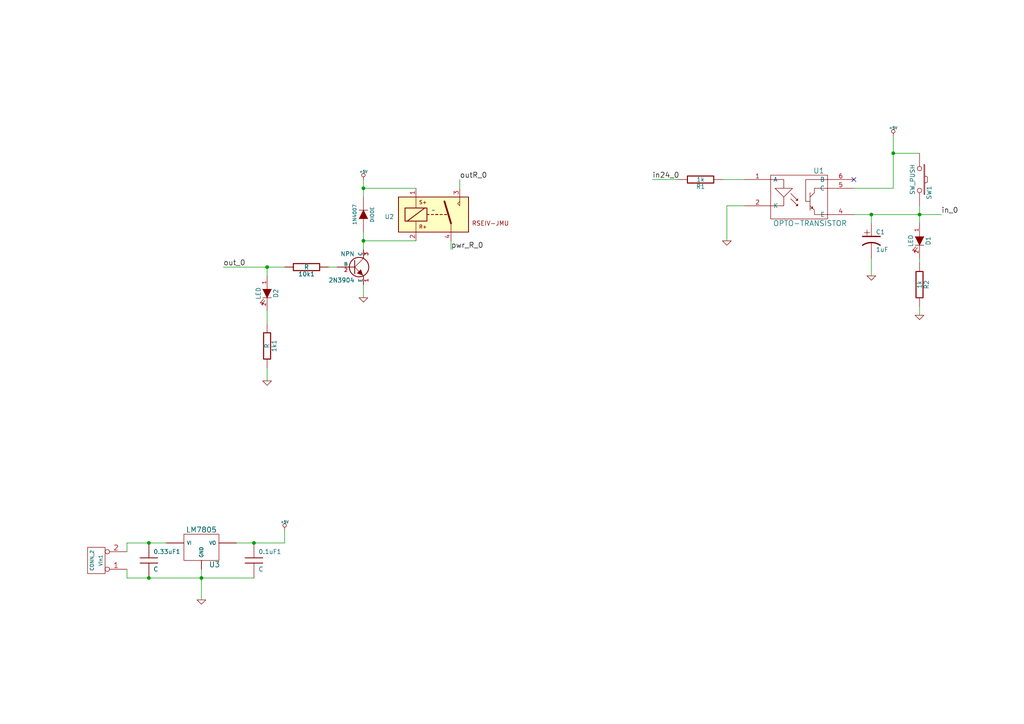
<source format=kicad_sch>
(kicad_sch (version 20230121) (generator eeschema)
  (paper "A4")
  (title_block (date "16 apr 2023"))
  (lib_symbols
    (symbol "Relay:RSEIV-JMU"
      (property "Reference" "U" (at 11.43 2.54 0))
      (symbol "RSEIV-JMU_0_0"
        (text "RSEIV-JMU" (at 16.51 -3.81 0) (effects (font (size 1.27 1.27))))
      )
      (symbol "RSEIV-JMU_1_1"
        (rectangle (start -10.16 3.81) (end 10.16 -6.35) (stroke (width 0.254)) (fill (type background)))
        (rectangle (start -8.255 0.635) (end -1.905 -3.175) (stroke (width 0.254)))
        (polyline (pts (xy -7.62 -3.175) (xy -2.54 0.635)) (stroke (width 0.254)))
        (polyline (pts (xy -5.08 -6.35) (xy -5.08 -3.175)))
        (polyline (pts (xy -5.08 3.81) (xy -5.08 0.635)))
        (polyline (pts (xy -1.905 -1.27) (xy -1.27 -1.27)) (stroke (width 0.254)))
        (polyline (pts (xy -0.635 -1.27) (xy 0 -1.27)) (stroke (width 0.254)))
        (polyline (pts (xy 0.635 -1.27) (xy 1.27 -1.27)) (stroke (width 0.254)))
        (polyline (pts (xy 0.635 -1.27) (xy 1.27 -1.27)) (stroke (width 0.254)))
        (polyline (pts (xy 1.905 -1.27) (xy 2.54 -1.27)) (stroke (width 0.254)))
        (polyline (pts (xy 3.175 -1.27) (xy 3.81 -1.27)) (stroke (width 0.254)))
        (polyline (pts (xy 5.08 -3.81) (xy 3.175 2.54)) (stroke (width 0.508)))
        (polyline (pts (xy 5.08 -3.81) (xy 5.08 -6.35)))
        (polyline (pts (xy 7.62 2.54) (xy 7.62 3.81)))
        (polyline (pts (xy 7.62 2.54) (xy 7.62 1.27) (xy 6.985 1.905) (xy 7.62 2.54)))
        (text "R+" (at -3.048 -4.826 0) (effects (font (size 1.016 1.016))))
        (text "S+" (at -3.048 2.286 0) (effects (font (size 1.016 1.016))))
        (pin passive line (at -5.08 6.35 270) (length 2.54) (name "~") (number "1"))
        (pin passive line (at -5.08 -8.89 90) (length 2.54) (name "~") (number "2"))
        (pin passive line (at 7.62 6.35 270) (length 2.54) (name "~") (number "3"))
        (pin passive line (at 5.08 -8.89 90) (length 2.54) (name "~") (number "4"))
      )
    )
    (symbol "plc-rescue:+5V" (power) (pin_names (offset 1.016))
      (property "Value" "+5V" (at 0 2.286 0))
      (symbol "+5V_0_0"
        (pin power_in line (at 0 0 90) (length 0) hide (name "+5V") (number "1"))
      )
      (symbol "+5V_0_1"
        (polyline (pts (xy 0 0) (xy 0 0.762) (xy 0 0.762) (xy 0 0.762)))
        (circle (center 0 1.27) (radius 0.508))
      )
    )
    (symbol "plc-rescue:C" (pin_numbers hide) (pin_names (offset 0.254))
      (property "Reference" "C" (at 1.27 2.54 0))
      (property "Value" "C" (at 1.27 -2.54 0))
      (symbol "C_0_1"
        (polyline (pts (xy -2.54 -0.762) (xy 2.54 -0.762)) (stroke (width 0.254)))
        (polyline (pts (xy -2.54 0.762) (xy 2.54 0.762)) (stroke (width 0.254)))
      )
      (symbol "C_1_1"
        (pin passive line (at 0 5.08 270) (length 4.318) (name "~") (number "1"))
        (pin passive line (at 0 -5.08 90) (length 4.318) (name "~") (number "2"))
      )
    )
    (symbol "plc-rescue:CONN_2" (pin_names (offset 1.016) hide)
      (property "Reference" "P" (at -1.27 0 90))
      (property "Value" "CONN_2" (at 1.27 0 90))
      (symbol "CONN_2_0_1"
        (rectangle (start -2.54 3.81) (end 2.54 -3.81))
      )
      (symbol "CONN_2_1_1"
        (pin passive inverted (at -8.89 2.54 0) (length 6.35) (name "P1") (number "1"))
        (pin passive inverted (at -8.89 -2.54 0) (length 6.35) (name "PM") (number "2"))
      )
    )
    (symbol "plc-rescue:CP1" (pin_numbers hide) (pin_names (offset 0.254) hide)
      (property "Reference" "C" (at 1.27 2.54 0))
      (property "Value" "CP1" (at 1.27 -2.54 0))
      (symbol "CP1_0_0"
        (text "+" (at -1.27 2.54 0) (effects (font (size 2.032 2.032))))
      )
      (symbol "CP1_0_1"
        (polyline (pts (xy -2.54 1.27) (xy 2.54 1.27) (xy 1.27 1.27) (xy 1.27 1.27)) (stroke (width 0.381)))
        (arc (start 2.54 -1.27) (mid 0 -0.5009) (end -2.54 -1.27) (stroke (width 0.381)))
      )
      (symbol "CP1_1_1"
        (pin passive line (at 0 5.08 270) (length 3.81) (name "~") (number "1"))
        (pin passive line (at 0 -5.08 90) (length 4.572) (name "~") (number "2"))
      )
    )
    (symbol "plc-rescue:DIODE" (pin_numbers hide) (pin_names (offset 1.016) hide)
      (property "Reference" "D" (at 0 2.54 0))
      (property "Value" "DIODE" (at 0 -2.54 0))
      (symbol "DIODE_0_1"
        (polyline (pts (xy 1.27 1.27) (xy 1.27 -1.27)) (stroke (width 0.1524)))
        (polyline (pts (xy -1.27 1.27) (xy 1.27 0) (xy -1.27 -1.27)) (fill (type outline)))
      )
      (symbol "DIODE_1_1"
        (pin passive line (at -5.08 0 0) (length 3.81) (name "A") (number "1"))
        (pin passive line (at 5.08 0 180) (length 3.81) (name "K") (number "2"))
      )
    )
    (symbol "plc-rescue:GND" (power) (pin_names (offset 0))
      (symbol "GND_0_1"
        (polyline (pts (xy -1.27 0) (xy 0 -1.27) (xy 1.27 0) (xy -1.27 0)))
      )
      (symbol "GND_1_1"
        (pin power_in line (at 0 0 90) (length 0) hide (name "GND") (number "1"))
      )
    )
    (symbol "plc-rescue:LED" (pin_names (offset 1.016) hide)
      (property "Reference" "D" (at 0 2.54 0))
      (property "Value" "LED" (at 0 -2.54 0))
      (symbol "LED_0_1"
        (polyline (pts (xy 1.27 1.27) (xy 1.27 -1.27)))
        (polyline (pts (xy -1.27 1.27) (xy 1.27 0) (xy -1.27 -1.27)) (fill (type outline)))
        (polyline (pts (xy 1.651 -1.016) (xy 2.794 -2.032) (xy 2.667 -1.397)))
        (polyline (pts (xy 2.032 -0.635) (xy 3.175 -1.651) (xy 3.048 -1.016)))
      )
      (symbol "LED_1_1"
        (pin passive line (at -5.08 0 0) (length 3.81) (name "A") (number "1"))
        (pin passive line (at 5.08 0 180) (length 3.81) (name "K") (number "2"))
      )
    )
    (symbol "plc-rescue:LM7805" (pin_numbers hide) (pin_names (offset 0.762))
      (property "Reference" "U" (at 3.81 -4.9784 0))
      (property "Value" "LM7805" (at 0 5.08 0))
      (symbol "LM7805_0_1"
        (rectangle (start -5.08 -3.81) (end 5.08 3.81))
      )
      (symbol "LM7805_1_1"
        (pin input line (at 0 -6.35 90) (length 2.54) (name "GND") (number "GND"))
        (pin input line (at -10.16 1.27 0) (length 5.08) (name "VI") (number "VI"))
        (pin power_out line (at 10.16 1.27 180) (length 5.08) (name "VO") (number "VO"))
      )
    )
    (symbol "plc-rescue:NPN" (pin_names (offset 0))
      (property "Reference" "Q" (at 0 -3.81 0))
      (property "Value" "NPN" (at 0 3.81 0))
      (symbol "NPN_0_1"
        (polyline (pts (xy 0 0) (xy 2.54 2.54)))
        (polyline (pts (xy 0 1.905) (xy 0 -1.905) (xy 0 -1.905)) (stroke (width 0.254)))
        (polyline (pts (xy 1.27 -1.27) (xy 0 0) (xy 0 0)))
        (polyline (pts (xy 2.286 -2.286) (xy 2.54 -2.54) (xy 2.54 -2.54)))
        (polyline (pts (xy 2.286 -2.286) (xy 1.778 -0.762) (xy 0.762 -1.778) (xy 2.286 -2.286) (xy 2.286 -2.286)) (fill (type outline)))
        (circle (center 1.27 0) (radius 2.8194) (stroke (width 0.254)))
      )
      (symbol "NPN_1_1"
        (pin passive line (at 2.54 -5.08 90) (length 2.54) (name "E") (number "1"))
        (pin input line (at -5.08 0 0) (length 5.08) (name "B") (number "2"))
        (pin passive line (at 2.54 5.08 270) (length 2.54) (name "C") (number "3"))
      )
    )
    (symbol "plc-rescue:OPTO-TRANSISTOR" (pin_names (offset 0.762))
      (property "Reference" "U" (at 5.08 7.62 0))
      (property "Value" "OPTO-TRANSISTOR" (at 2.54 -7.62 0))
      (symbol "OPTO-TRANSISTOR_0_1"
        (rectangle (start -8.89 6.35) (end 7.62 -6.35))
        (polyline (pts (xy -8.89 -2.54) (xy -7.62 -2.54) (xy -7.62 -2.54)))
        (polyline (pts (xy -8.89 5.08) (xy -7.62 5.08) (xy -7.62 5.08)))
        (polyline (pts (xy -1.524 -1.016) (xy -1.016 -0.508) (xy -1.016 -0.508)))
        (polyline (pts (xy 2.54 1.27) (xy 2.54 -3.81) (xy 2.54 -3.81)))
        (polyline (pts (xy 7.62 -5.08) (xy 6.35 -5.08) (xy 6.35 -5.08)))
        (polyline (pts (xy 7.62 2.54) (xy 6.35 2.54) (xy 6.35 2.54)))
        (polyline (pts (xy 7.62 5.08) (xy 6.35 5.08) (xy 6.35 5.08)))
        (polyline (pts (xy -5.08 0) (xy -5.08 -2.54) (xy -7.62 -2.54) (xy -7.62 -2.54)))
        (polyline (pts (xy 2.54 -2.54) (xy 3.81 -3.81) (xy 3.81 -5.08) (xy 6.35 -5.08) (xy 6.35 -5.08)))
        (polyline (pts (xy 2.54 -1.27) (xy 1.27 -1.27) (xy 1.27 5.08) (xy 6.35 5.08) (xy 6.35 5.08)))
        (polyline (pts (xy 2.54 0) (xy 3.81 1.27) (xy 3.81 2.54) (xy 6.35 2.54) (xy 6.35 2.54)))
        (polyline (pts (xy 2.794 -3.302) (xy 3.302 -2.794) (xy 3.302 -3.302) (xy 2.794 -3.302) (xy 2.794 -3.302)))
        (polyline (pts (xy -3.048 1.016) (xy -1.016 -1.016) (xy -1.016 -0.508) (xy -1.016 -1.016) (xy -1.524 -1.016) (xy -1.524 -1.016)))
        (polyline (pts (xy -3.048 -0.508) (xy -1.016 -2.54) (xy -1.016 -2.032) (xy -1.016 -2.54) (xy -1.524 -2.54) (xy -1.016 -2.032) (xy -1.016 -2.032)))
        (polyline (pts (xy -7.62 5.08) (xy -5.08 5.08) (xy -5.08 2.54) (xy -7.62 2.54) (xy -5.08 0) (xy -2.54 2.54) (xy -5.08 2.54) (xy -5.08 2.54)))
      )
      (symbol "OPTO-TRANSISTOR_1_1"
        (pin input line (at -16.51 5.08 0) (length 7.62) (name "A") (number "1"))
        (pin input line (at -16.51 -2.54 0) (length 7.62) (name "K") (number "2"))
        (pin unspecified line (at -8.89 -5.08 0) (length 0) hide (name "NC") (number "3"))
        (pin output line (at 15.24 -5.08 180) (length 7.62) (name "E") (number "4"))
        (pin output line (at 15.24 2.54 180) (length 7.62) (name "C") (number "5"))
        (pin input line (at 15.24 5.08 180) (length 7.62) (name "B") (number "6"))
      )
    )
    (symbol "plc-rescue:R" (pin_numbers hide) (pin_names (offset 0))
      (property "Reference" "R" (at 2.032 0 90))
      (property "Value" "R" (at 0 0 90))
      (symbol "R_0_1"
        (rectangle (start -1.016 3.81) (end 1.016 -3.81) (stroke (width 0.3048)))
      )
      (symbol "R_1_1"
        (pin passive line (at 0 6.35 270) (length 2.54) (name "~") (number "1"))
        (pin passive line (at 0 -6.35 90) (length 2.54) (name "~") (number "2"))
      )
    )
    (symbol "plc-rescue:SW_PUSH" (pin_numbers hide) (pin_names (offset 1.016) hide)
      (property "Reference" "SW" (at 3.81 2.794 0))
      (property "Value" "SW_PUSH" (at 0 -2.032 0))
      (symbol "SW_PUSH_0_1"
        (rectangle (start -4.318 1.27) (end 4.318 1.524))
        (polyline (pts (xy -1.016 1.524) (xy -0.762 2.286) (xy 0.762 2.286) (xy 1.016 1.524)))
        (pin passive inverted (at -7.62 0 0) (length 5.08) (name "1") (number "1"))
        (pin passive inverted (at 7.62 0 180) (length 5.08) (name "2") (number "2"))
      )
    )
  )
  (junction (at 252.73 62.23))
  (junction (at 266.7 62.23))
  (junction (at 259.08 44.45))
  (junction (at 105.41 54.61))
  (junction (at 105.41 69.85))
  (junction (at 43.18 157.48))
  (junction (at 77.47 77.47))
  (junction (at 43.18 167.64))
  (junction (at 58.42 167.64))
  (junction (at 73.66 157.48))
  (no_connect (at 247.65 52.07))
  (wire (pts (xy 77.47 90.17) (xy 77.47 93.98)))
  (wire (pts (xy 43.18 157.48) (xy 48.26 157.48)))
  (wire (pts (xy 266.7 44.45) (xy 259.08 44.45)))
  (wire (pts (xy 105.41 54.61) (xy 120.65 54.61)))
  (wire (pts (xy 73.66 167.64) (xy 58.42 167.64)))
  (wire (pts (xy 77.47 77.47) (xy 77.47 80.01)))
  (wire (pts (xy 73.66 157.48) (xy 82.55 157.48)))
  (wire (pts (xy 266.7 64.77) (xy 266.7 62.23)))
  (wire (pts (xy 95.25 77.47) (xy 97.79 77.47)))
  (wire (pts (xy 82.55 157.48) (xy 82.55 153.67)))
  (wire (pts (xy 43.18 167.64) (xy 36.83 167.64)))
  (wire (pts (xy 77.47 77.47) (xy 82.55 77.47)))
  (wire (pts (xy 259.08 54.61) (xy 259.08 44.45)))
  (wire (pts (xy 64.77 77.47) (xy 77.47 77.47)))
  (wire (pts (xy 252.73 80.01) (xy 252.73 74.93)))
  (wire (pts (xy 273.05 62.23) (xy 266.7 62.23)))
  (wire (pts (xy 266.7 62.23) (xy 252.73 62.23)))
  (wire (pts (xy 266.7 74.93) (xy 266.7 76.2)))
  (wire (pts (xy 105.41 57.15) (xy 105.41 54.61)))
  (wire (pts (xy 210.82 59.69) (xy 215.9 59.69)))
  (wire (pts (xy 266.7 62.23) (xy 266.7 59.69)))
  (wire (pts (xy 68.58 157.48) (xy 73.66 157.48)))
  (wire (pts (xy 105.41 69.85) (xy 105.41 67.31)))
  (wire (pts (xy 105.41 72.39) (xy 105.41 69.85)))
  (wire (pts (xy 252.73 64.77) (xy 252.73 62.23)))
  (wire (pts (xy 130.81 69.85) (xy 130.81 72.39)))
  (wire (pts (xy 133.35 52.07) (xy 133.35 54.61)))
  (wire (pts (xy 77.47 106.68) (xy 77.47 110.49)))
  (wire (pts (xy 209.55 52.07) (xy 215.9 52.07)))
  (wire (pts (xy 58.42 167.64) (xy 43.18 167.64)))
  (wire (pts (xy 105.41 82.55) (xy 105.41 86.36)))
  (wire (pts (xy 58.42 165.1) (xy 58.42 167.64)))
  (wire (pts (xy 247.65 54.61) (xy 259.08 54.61)))
  (wire (pts (xy 105.41 69.85) (xy 120.65 69.85)))
  (wire (pts (xy 36.83 160.02) (xy 36.83 157.48)))
  (wire (pts (xy 58.42 167.64) (xy 58.42 173.99)))
  (wire (pts (xy 105.41 54.61) (xy 105.41 52.07)))
  (wire (pts (xy 259.08 44.45) (xy 259.08 39.37)))
  (wire (pts (xy 189.23 52.07) (xy 196.85 52.07)))
  (wire (pts (xy 266.7 91.44) (xy 266.7 88.9)))
  (wire (pts (xy 210.82 69.85) (xy 210.82 59.69)))
  (wire (pts (xy 252.73 62.23) (xy 247.65 62.23)))
  (wire (pts (xy 36.83 167.64) (xy 36.83 165.1)))
  (wire (pts (xy 36.83 157.48) (xy 43.18 157.48)))
  (label "out_0" (at 64.77 77.47 0) (effects (font (size 1.524 1.524))))
  (label "in_0" (at 273.05 62.23 0) (effects (font (size 1.524 1.524))))
  (label "outR_0" (at 133.35 52.07 0) (effects (font (size 1.524 1.524))))
  (label "in24_0" (at 189.23 52.07 0) (effects (font (size 1.524 1.524))))
  (label "pwr_R_0" (at 130.81 72.39 0) (effects (font (size 1.524 1.524))))
  (symbol (lib_id "plc-rescue:OPTO-TRANSISTOR") (at 232.41 57.15 0) (unit 1)
    (property "Reference" "U1" (at 237.49 49.53 0) (effects (font (size 1.524 1.524))))
    (property "Value" "OPTO-TRANSISTOR" (at 234.95 64.77 0) (effects (font (size 1.524 1.524))))
    (property "Footprint" "Package_DIP:DIP-6_W7.62mm_LongPads" (effects hide))
  )
  (symbol (lib_id "plc-rescue:R") (at 203.2 52.07 270) (unit 1)
    (property "Reference" "R1" (at 203.2 54.102 90))
    (property "Value" "1k" (at 203.2 52.07 90))
    (property "Footprint" "Resistor_THT:R_Axial_DIN0309_L9.0mm_D3.2mm_P12.70mm_Horizontal" (effects hide))
  )
  (symbol (lib_id "plc-rescue:GND") (at 210.82 69.85 0) (unit 1)
    (property "Reference" "#PWR01" (effects hide))
    (property "Value" "GND" (effects hide))
  )
  (symbol (lib_id "plc-rescue:GND") (at 266.7 91.44 0) (unit 1)
    (property "Reference" "#PWR03" (effects hide))
    (property "Value" "GND" (effects hide))
  )
  (symbol (lib_id "plc-rescue:SW_PUSH") (at 266.7 52.07 270) (unit 1)
    (property "Reference" "SW1" (at 269.494 55.88 0))
    (property "Value" "SW_PUSH" (at 264.668 52.07 0))
    (property "Footprint" "Button_Switch_THT:SW_PUSH_6mm" (effects hide))
  )
  (symbol (lib_id "plc-rescue:LED") (at 266.7 69.85 270) (unit 1)
    (property "Reference" "D1" (at 269.24 69.85 0))
    (property "Value" "LED" (at 264.16 69.85 0))
    (property "Footprint" "LED_THT:LED_D3.0mm" (effects hide))
  )
  (symbol (lib_id "plc-rescue:R") (at 266.7 82.55 0) (unit 1)
    (property "Reference" "R2" (at 268.732 82.55 90))
    (property "Value" "1k" (at 266.7 82.55 90))
    (property "Footprint" "Resistor_THT:R_Axial_DIN0309_L9.0mm_D3.2mm_P12.70mm_Horizontal" (effects hide))
  )
  (symbol (lib_id "plc-rescue:+5V") (at 259.08 39.37 0) (unit 1)
    (property "Reference" "#PWR02" (effects hide))
    (property "Value" "+5V" (at 259.08 37.084 0) (effects (font (size 0.762 0.762))))
  )
  (symbol (lib_id "plc-rescue:CP1") (at 252.73 69.85 0) (unit 1)
    (property "Reference" "C1" (at 254 67.31 0) (effects (justify left)))
    (property "Value" "1uF" (at 254 72.39 0) (effects (justify left)))
    (property "Footprint" "Capacitor_THT:C_Radial_D6.3mm_H11.0mm_P2.50mm" (effects hide))
  )
  (symbol (lib_id "plc-rescue:NPN") (at 102.87 77.47 0) (unit 1)
    (property "Reference" "2N3904" (at 102.87 81.28 0) (effects (justify right)))
    (property "Value" "NPN" (at 102.87 73.66 0) (effects (justify right)))
    (property "Footprint" "Package_TO_SOT_THT:TO-92_HandSolder" (effects hide))
  )
  (symbol (lib_id "plc-rescue:R") (at 88.9 77.47 270) (unit 1)
    (property "Reference" "10k1" (at 88.9 79.502 90))
    (property "Value" "R" (at 88.9 77.47 90))
    (property "Footprint" "Resistor_THT:R_Axial_DIN0204_L3.6mm_D1.6mm_P5.08mm_Horizontal" (effects hide))
  )
  (symbol (lib_id "plc-rescue:R") (at 77.47 100.33 0) (unit 1)
    (property "Reference" "1k1" (at 79.502 100.33 90))
    (property "Value" "R" (at 77.47 100.33 90))
    (property "Footprint" "Resistor_THT:R_Axial_DIN0309_L9.0mm_D3.2mm_P12.70mm_Horizontal" (effects hide))
  )
  (symbol (lib_id "plc-rescue:LED") (at 77.47 85.09 270) (unit 1)
    (property "Reference" "D2" (at 80.01 85.09 0))
    (property "Value" "LED" (at 74.93 85.09 0))
    (property "Footprint" "LED_THT:LED_D3.0mm" (effects hide))
  )
  (symbol (lib_id "plc-rescue:DIODE") (at 105.41 62.23 90) (unit 1)
    (property "Reference" "1N4007" (at 102.87 62.23 0) (effects (font (size 1.016 1.016))))
    (property "Value" "DIODE" (at 107.95 62.23 0) (effects (font (size 1.016 1.016))))
    (property "Footprint" "Diode_THT:D_A-405_P7.62mm_Horizontal" (effects hide))
  )
  (symbol (lib_id "plc-rescue:GND") (at 77.47 110.49 0) (unit 1)
    (property "Reference" "#PWR0103" (effects hide))
    (property "Value" "GND" (effects hide))
  )
  (symbol (lib_id "plc-rescue:+5V") (at 105.41 52.07 0) (unit 1)
    (property "Reference" "#PWR0101" (effects hide))
    (property "Value" "+5V" (at 105.41 49.784 0) (effects (font (size 0.762 0.762))))
  )
  (symbol (lib_id "plc-rescue:LM7805") (at 58.42 158.75 0) (unit 1)
    (property "Reference" "U3" (at 62.23 163.7284 0) (effects (font (size 1.524 1.524))))
    (property "Value" "LM7805" (at 58.42 153.67 0) (effects (font (size 1.524 1.524))))
    (property "Footprint" "Package_TO_SOT_THT:TO-220-3_Vertical" (effects hide))
  )
  (symbol (lib_id "plc-rescue:C") (at 43.18 162.56 0) (unit 1)
    (property "Reference" "0.33uF1" (at 44.45 160.02 0) (effects (justify left)))
    (property "Value" "C" (at 44.45 165.1 0) (effects (justify left)))
    (property "Footprint" "Capacitor_THT:C_Disc_D8.0mm_W2.5mm_P5.00mm" (effects hide))
  )
  (symbol (lib_id "plc-rescue:C") (at 73.66 162.56 0) (unit 1)
    (property "Reference" "0.1uF1" (at 74.93 160.02 0) (effects (justify left)))
    (property "Value" "C" (at 74.93 165.1 0) (effects (justify left)))
    (property "Footprint" "Capacitor_THT:C_Disc_D8.0mm_W2.5mm_P5.00mm" (effects hide))
  )
  (symbol (lib_id "plc-rescue:GND") (at 58.42 173.99 0) (unit 1)
    (property "Reference" "#PWR0106" (effects hide))
    (property "Value" "GND" (effects hide))
  )
  (symbol (lib_id "plc-rescue:CONN_2") (at 27.94 162.56 180) (unit 1)
    (property "Reference" "Vin1" (at 29.21 162.56 90) (effects (font (size 1.016 1.016))))
    (property "Value" "CONN_2" (at 26.67 162.56 90) (effects (font (size 1.016 1.016))))
    (property "Footprint" "TerminalBlock_Phoenix:TerminalBlock_Phoenix_MKDS-1,5-2-5.08_1x02_P5.08mm_Horizontal" (effects hide))
  )
  (symbol (lib_id "plc-rescue:+5V") (at 82.55 153.67 0) (unit 1)
    (property "Reference" "#PWR0104" (effects hide))
    (property "Value" "+5V" (at 82.55 151.384 0) (effects (font (size 0.762 0.762))))
  )
  (symbol (lib_id "plc-rescue:GND") (at 252.73 80.01 0) (unit 1)
    (property "Reference" "#PWR0102" (effects hide))
    (property "Value" "GND" (effects hide))
  )
  (symbol (lib_id "plc-rescue:GND") (at 105.41 86.36 0) (unit 1)
    (property "Reference" "#PWR0105" (effects hide))
    (property "Value" "GND" (effects hide))
  )
  (symbol (lib_id "Relay:RSEIV-JMU") (at 125.73 60.96 0) (unit 1)
    (property "Reference" "U2" (at 114.3 62.865 0) (effects (justify right)))
    (property "Value" "~" (at 125.73 60.96 0))
    (property "Footprint" "Relay_THT:RSEIV-JMU" (effects hide))
  )
)
</source>
